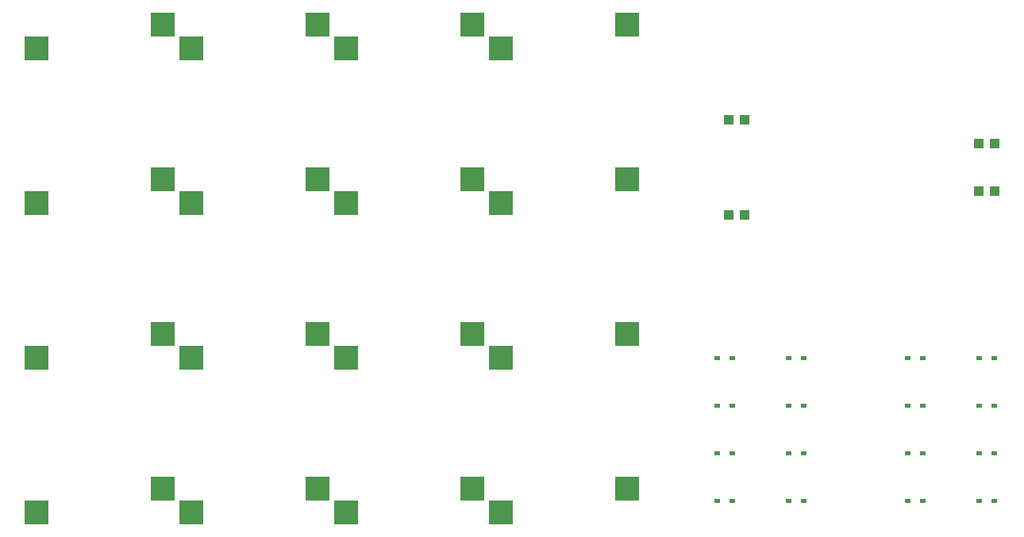
<source format=gbr>
G04 EAGLE Gerber RS-274X export*
G75*
%MOMM*%
%FSLAX34Y34*%
%LPD*%
%INSolderpaste Bottom*%
%IPPOS*%
%AMOC8*
5,1,8,0,0,1.08239X$1,22.5*%
G01*
%ADD10R,1.100000X1.000000*%
%ADD11R,2.550000X2.500000*%
%ADD12C,0.040000*%


D10*
X1088000Y508000D03*
X1071000Y508000D03*
X821300Y533400D03*
X804300Y533400D03*
X1088000Y457200D03*
X1071000Y457200D03*
X821300Y431800D03*
X804300Y431800D03*
D11*
X200600Y635000D03*
X66100Y609600D03*
X530800Y304800D03*
X396300Y279400D03*
X530800Y139700D03*
X396300Y114300D03*
X695900Y635000D03*
X561400Y609600D03*
X695900Y469900D03*
X561400Y444500D03*
X695900Y304800D03*
X561400Y279400D03*
X695900Y139700D03*
X561400Y114300D03*
X200600Y469900D03*
X66100Y444500D03*
X200600Y304800D03*
X66100Y279400D03*
X365700Y635000D03*
X231200Y609600D03*
X365700Y469900D03*
X231200Y444500D03*
X200600Y139700D03*
X66100Y114300D03*
X365700Y304800D03*
X231200Y279400D03*
X365700Y139700D03*
X231200Y114300D03*
X530800Y635000D03*
X396300Y609600D03*
X530800Y469900D03*
X396300Y444500D03*
D12*
X805650Y281200D02*
X810550Y281200D01*
X810550Y277600D01*
X805650Y277600D01*
X805650Y281200D01*
X805650Y277980D02*
X810550Y277980D01*
X810550Y278360D02*
X805650Y278360D01*
X805650Y278740D02*
X810550Y278740D01*
X810550Y279120D02*
X805650Y279120D01*
X805650Y279500D02*
X810550Y279500D01*
X810550Y279880D02*
X805650Y279880D01*
X805650Y280260D02*
X810550Y280260D01*
X810550Y280640D02*
X805650Y280640D01*
X805650Y281020D02*
X810550Y281020D01*
X794550Y281200D02*
X789650Y281200D01*
X794550Y281200D02*
X794550Y277600D01*
X789650Y277600D01*
X789650Y281200D01*
X789650Y277980D02*
X794550Y277980D01*
X794550Y278360D02*
X789650Y278360D01*
X789650Y278740D02*
X794550Y278740D01*
X794550Y279120D02*
X789650Y279120D01*
X789650Y279500D02*
X794550Y279500D01*
X794550Y279880D02*
X789650Y279880D01*
X789650Y280260D02*
X794550Y280260D01*
X794550Y280640D02*
X789650Y280640D01*
X789650Y281020D02*
X794550Y281020D01*
X805650Y230400D02*
X810550Y230400D01*
X810550Y226800D01*
X805650Y226800D01*
X805650Y230400D01*
X805650Y227180D02*
X810550Y227180D01*
X810550Y227560D02*
X805650Y227560D01*
X805650Y227940D02*
X810550Y227940D01*
X810550Y228320D02*
X805650Y228320D01*
X805650Y228700D02*
X810550Y228700D01*
X810550Y229080D02*
X805650Y229080D01*
X805650Y229460D02*
X810550Y229460D01*
X810550Y229840D02*
X805650Y229840D01*
X805650Y230220D02*
X810550Y230220D01*
X794550Y230400D02*
X789650Y230400D01*
X794550Y230400D02*
X794550Y226800D01*
X789650Y226800D01*
X789650Y230400D01*
X789650Y227180D02*
X794550Y227180D01*
X794550Y227560D02*
X789650Y227560D01*
X789650Y227940D02*
X794550Y227940D01*
X794550Y228320D02*
X789650Y228320D01*
X789650Y228700D02*
X794550Y228700D01*
X794550Y229080D02*
X789650Y229080D01*
X789650Y229460D02*
X794550Y229460D01*
X794550Y229840D02*
X789650Y229840D01*
X789650Y230220D02*
X794550Y230220D01*
X805650Y179600D02*
X810550Y179600D01*
X810550Y176000D01*
X805650Y176000D01*
X805650Y179600D01*
X805650Y176380D02*
X810550Y176380D01*
X810550Y176760D02*
X805650Y176760D01*
X805650Y177140D02*
X810550Y177140D01*
X810550Y177520D02*
X805650Y177520D01*
X805650Y177900D02*
X810550Y177900D01*
X810550Y178280D02*
X805650Y178280D01*
X805650Y178660D02*
X810550Y178660D01*
X810550Y179040D02*
X805650Y179040D01*
X805650Y179420D02*
X810550Y179420D01*
X794550Y179600D02*
X789650Y179600D01*
X794550Y179600D02*
X794550Y176000D01*
X789650Y176000D01*
X789650Y179600D01*
X789650Y176380D02*
X794550Y176380D01*
X794550Y176760D02*
X789650Y176760D01*
X789650Y177140D02*
X794550Y177140D01*
X794550Y177520D02*
X789650Y177520D01*
X789650Y177900D02*
X794550Y177900D01*
X794550Y178280D02*
X789650Y178280D01*
X789650Y178660D02*
X794550Y178660D01*
X794550Y179040D02*
X789650Y179040D01*
X789650Y179420D02*
X794550Y179420D01*
X805650Y128800D02*
X810550Y128800D01*
X810550Y125200D01*
X805650Y125200D01*
X805650Y128800D01*
X805650Y125580D02*
X810550Y125580D01*
X810550Y125960D02*
X805650Y125960D01*
X805650Y126340D02*
X810550Y126340D01*
X810550Y126720D02*
X805650Y126720D01*
X805650Y127100D02*
X810550Y127100D01*
X810550Y127480D02*
X805650Y127480D01*
X805650Y127860D02*
X810550Y127860D01*
X810550Y128240D02*
X805650Y128240D01*
X805650Y128620D02*
X810550Y128620D01*
X794550Y128800D02*
X789650Y128800D01*
X794550Y128800D02*
X794550Y125200D01*
X789650Y125200D01*
X789650Y128800D01*
X789650Y125580D02*
X794550Y125580D01*
X794550Y125960D02*
X789650Y125960D01*
X789650Y126340D02*
X794550Y126340D01*
X794550Y126720D02*
X789650Y126720D01*
X789650Y127100D02*
X794550Y127100D01*
X794550Y127480D02*
X789650Y127480D01*
X789650Y127860D02*
X794550Y127860D01*
X794550Y128240D02*
X789650Y128240D01*
X789650Y128620D02*
X794550Y128620D01*
X881850Y281200D02*
X886750Y281200D01*
X886750Y277600D01*
X881850Y277600D01*
X881850Y281200D01*
X881850Y277980D02*
X886750Y277980D01*
X886750Y278360D02*
X881850Y278360D01*
X881850Y278740D02*
X886750Y278740D01*
X886750Y279120D02*
X881850Y279120D01*
X881850Y279500D02*
X886750Y279500D01*
X886750Y279880D02*
X881850Y279880D01*
X881850Y280260D02*
X886750Y280260D01*
X886750Y280640D02*
X881850Y280640D01*
X881850Y281020D02*
X886750Y281020D01*
X870750Y281200D02*
X865850Y281200D01*
X870750Y281200D02*
X870750Y277600D01*
X865850Y277600D01*
X865850Y281200D01*
X865850Y277980D02*
X870750Y277980D01*
X870750Y278360D02*
X865850Y278360D01*
X865850Y278740D02*
X870750Y278740D01*
X870750Y279120D02*
X865850Y279120D01*
X865850Y279500D02*
X870750Y279500D01*
X870750Y279880D02*
X865850Y279880D01*
X865850Y280260D02*
X870750Y280260D01*
X870750Y280640D02*
X865850Y280640D01*
X865850Y281020D02*
X870750Y281020D01*
X881850Y230400D02*
X886750Y230400D01*
X886750Y226800D01*
X881850Y226800D01*
X881850Y230400D01*
X881850Y227180D02*
X886750Y227180D01*
X886750Y227560D02*
X881850Y227560D01*
X881850Y227940D02*
X886750Y227940D01*
X886750Y228320D02*
X881850Y228320D01*
X881850Y228700D02*
X886750Y228700D01*
X886750Y229080D02*
X881850Y229080D01*
X881850Y229460D02*
X886750Y229460D01*
X886750Y229840D02*
X881850Y229840D01*
X881850Y230220D02*
X886750Y230220D01*
X870750Y230400D02*
X865850Y230400D01*
X870750Y230400D02*
X870750Y226800D01*
X865850Y226800D01*
X865850Y230400D01*
X865850Y227180D02*
X870750Y227180D01*
X870750Y227560D02*
X865850Y227560D01*
X865850Y227940D02*
X870750Y227940D01*
X870750Y228320D02*
X865850Y228320D01*
X865850Y228700D02*
X870750Y228700D01*
X870750Y229080D02*
X865850Y229080D01*
X865850Y229460D02*
X870750Y229460D01*
X870750Y229840D02*
X865850Y229840D01*
X865850Y230220D02*
X870750Y230220D01*
X881850Y179600D02*
X886750Y179600D01*
X886750Y176000D01*
X881850Y176000D01*
X881850Y179600D01*
X881850Y176380D02*
X886750Y176380D01*
X886750Y176760D02*
X881850Y176760D01*
X881850Y177140D02*
X886750Y177140D01*
X886750Y177520D02*
X881850Y177520D01*
X881850Y177900D02*
X886750Y177900D01*
X886750Y178280D02*
X881850Y178280D01*
X881850Y178660D02*
X886750Y178660D01*
X886750Y179040D02*
X881850Y179040D01*
X881850Y179420D02*
X886750Y179420D01*
X870750Y179600D02*
X865850Y179600D01*
X870750Y179600D02*
X870750Y176000D01*
X865850Y176000D01*
X865850Y179600D01*
X865850Y176380D02*
X870750Y176380D01*
X870750Y176760D02*
X865850Y176760D01*
X865850Y177140D02*
X870750Y177140D01*
X870750Y177520D02*
X865850Y177520D01*
X865850Y177900D02*
X870750Y177900D01*
X870750Y178280D02*
X865850Y178280D01*
X865850Y178660D02*
X870750Y178660D01*
X870750Y179040D02*
X865850Y179040D01*
X865850Y179420D02*
X870750Y179420D01*
X881850Y128800D02*
X886750Y128800D01*
X886750Y125200D01*
X881850Y125200D01*
X881850Y128800D01*
X881850Y125580D02*
X886750Y125580D01*
X886750Y125960D02*
X881850Y125960D01*
X881850Y126340D02*
X886750Y126340D01*
X886750Y126720D02*
X881850Y126720D01*
X881850Y127100D02*
X886750Y127100D01*
X886750Y127480D02*
X881850Y127480D01*
X881850Y127860D02*
X886750Y127860D01*
X886750Y128240D02*
X881850Y128240D01*
X881850Y128620D02*
X886750Y128620D01*
X870750Y128800D02*
X865850Y128800D01*
X870750Y128800D02*
X870750Y125200D01*
X865850Y125200D01*
X865850Y128800D01*
X865850Y125580D02*
X870750Y125580D01*
X870750Y125960D02*
X865850Y125960D01*
X865850Y126340D02*
X870750Y126340D01*
X870750Y126720D02*
X865850Y126720D01*
X865850Y127100D02*
X870750Y127100D01*
X870750Y127480D02*
X865850Y127480D01*
X865850Y127860D02*
X870750Y127860D01*
X870750Y128240D02*
X865850Y128240D01*
X865850Y128620D02*
X870750Y128620D01*
X1008850Y281200D02*
X1013750Y281200D01*
X1013750Y277600D01*
X1008850Y277600D01*
X1008850Y281200D01*
X1008850Y277980D02*
X1013750Y277980D01*
X1013750Y278360D02*
X1008850Y278360D01*
X1008850Y278740D02*
X1013750Y278740D01*
X1013750Y279120D02*
X1008850Y279120D01*
X1008850Y279500D02*
X1013750Y279500D01*
X1013750Y279880D02*
X1008850Y279880D01*
X1008850Y280260D02*
X1013750Y280260D01*
X1013750Y280640D02*
X1008850Y280640D01*
X1008850Y281020D02*
X1013750Y281020D01*
X997750Y281200D02*
X992850Y281200D01*
X997750Y281200D02*
X997750Y277600D01*
X992850Y277600D01*
X992850Y281200D01*
X992850Y277980D02*
X997750Y277980D01*
X997750Y278360D02*
X992850Y278360D01*
X992850Y278740D02*
X997750Y278740D01*
X997750Y279120D02*
X992850Y279120D01*
X992850Y279500D02*
X997750Y279500D01*
X997750Y279880D02*
X992850Y279880D01*
X992850Y280260D02*
X997750Y280260D01*
X997750Y280640D02*
X992850Y280640D01*
X992850Y281020D02*
X997750Y281020D01*
X1008850Y230400D02*
X1013750Y230400D01*
X1013750Y226800D01*
X1008850Y226800D01*
X1008850Y230400D01*
X1008850Y227180D02*
X1013750Y227180D01*
X1013750Y227560D02*
X1008850Y227560D01*
X1008850Y227940D02*
X1013750Y227940D01*
X1013750Y228320D02*
X1008850Y228320D01*
X1008850Y228700D02*
X1013750Y228700D01*
X1013750Y229080D02*
X1008850Y229080D01*
X1008850Y229460D02*
X1013750Y229460D01*
X1013750Y229840D02*
X1008850Y229840D01*
X1008850Y230220D02*
X1013750Y230220D01*
X997750Y230400D02*
X992850Y230400D01*
X997750Y230400D02*
X997750Y226800D01*
X992850Y226800D01*
X992850Y230400D01*
X992850Y227180D02*
X997750Y227180D01*
X997750Y227560D02*
X992850Y227560D01*
X992850Y227940D02*
X997750Y227940D01*
X997750Y228320D02*
X992850Y228320D01*
X992850Y228700D02*
X997750Y228700D01*
X997750Y229080D02*
X992850Y229080D01*
X992850Y229460D02*
X997750Y229460D01*
X997750Y229840D02*
X992850Y229840D01*
X992850Y230220D02*
X997750Y230220D01*
X1008850Y179600D02*
X1013750Y179600D01*
X1013750Y176000D01*
X1008850Y176000D01*
X1008850Y179600D01*
X1008850Y176380D02*
X1013750Y176380D01*
X1013750Y176760D02*
X1008850Y176760D01*
X1008850Y177140D02*
X1013750Y177140D01*
X1013750Y177520D02*
X1008850Y177520D01*
X1008850Y177900D02*
X1013750Y177900D01*
X1013750Y178280D02*
X1008850Y178280D01*
X1008850Y178660D02*
X1013750Y178660D01*
X1013750Y179040D02*
X1008850Y179040D01*
X1008850Y179420D02*
X1013750Y179420D01*
X997750Y179600D02*
X992850Y179600D01*
X997750Y179600D02*
X997750Y176000D01*
X992850Y176000D01*
X992850Y179600D01*
X992850Y176380D02*
X997750Y176380D01*
X997750Y176760D02*
X992850Y176760D01*
X992850Y177140D02*
X997750Y177140D01*
X997750Y177520D02*
X992850Y177520D01*
X992850Y177900D02*
X997750Y177900D01*
X997750Y178280D02*
X992850Y178280D01*
X992850Y178660D02*
X997750Y178660D01*
X997750Y179040D02*
X992850Y179040D01*
X992850Y179420D02*
X997750Y179420D01*
X1008850Y128800D02*
X1013750Y128800D01*
X1013750Y125200D01*
X1008850Y125200D01*
X1008850Y128800D01*
X1008850Y125580D02*
X1013750Y125580D01*
X1013750Y125960D02*
X1008850Y125960D01*
X1008850Y126340D02*
X1013750Y126340D01*
X1013750Y126720D02*
X1008850Y126720D01*
X1008850Y127100D02*
X1013750Y127100D01*
X1013750Y127480D02*
X1008850Y127480D01*
X1008850Y127860D02*
X1013750Y127860D01*
X1013750Y128240D02*
X1008850Y128240D01*
X1008850Y128620D02*
X1013750Y128620D01*
X997750Y128800D02*
X992850Y128800D01*
X997750Y128800D02*
X997750Y125200D01*
X992850Y125200D01*
X992850Y128800D01*
X992850Y125580D02*
X997750Y125580D01*
X997750Y125960D02*
X992850Y125960D01*
X992850Y126340D02*
X997750Y126340D01*
X997750Y126720D02*
X992850Y126720D01*
X992850Y127100D02*
X997750Y127100D01*
X997750Y127480D02*
X992850Y127480D01*
X992850Y127860D02*
X997750Y127860D01*
X997750Y128240D02*
X992850Y128240D01*
X992850Y128620D02*
X997750Y128620D01*
X1085050Y281200D02*
X1089950Y281200D01*
X1089950Y277600D01*
X1085050Y277600D01*
X1085050Y281200D01*
X1085050Y277980D02*
X1089950Y277980D01*
X1089950Y278360D02*
X1085050Y278360D01*
X1085050Y278740D02*
X1089950Y278740D01*
X1089950Y279120D02*
X1085050Y279120D01*
X1085050Y279500D02*
X1089950Y279500D01*
X1089950Y279880D02*
X1085050Y279880D01*
X1085050Y280260D02*
X1089950Y280260D01*
X1089950Y280640D02*
X1085050Y280640D01*
X1085050Y281020D02*
X1089950Y281020D01*
X1073950Y281200D02*
X1069050Y281200D01*
X1073950Y281200D02*
X1073950Y277600D01*
X1069050Y277600D01*
X1069050Y281200D01*
X1069050Y277980D02*
X1073950Y277980D01*
X1073950Y278360D02*
X1069050Y278360D01*
X1069050Y278740D02*
X1073950Y278740D01*
X1073950Y279120D02*
X1069050Y279120D01*
X1069050Y279500D02*
X1073950Y279500D01*
X1073950Y279880D02*
X1069050Y279880D01*
X1069050Y280260D02*
X1073950Y280260D01*
X1073950Y280640D02*
X1069050Y280640D01*
X1069050Y281020D02*
X1073950Y281020D01*
X1085050Y230400D02*
X1089950Y230400D01*
X1089950Y226800D01*
X1085050Y226800D01*
X1085050Y230400D01*
X1085050Y227180D02*
X1089950Y227180D01*
X1089950Y227560D02*
X1085050Y227560D01*
X1085050Y227940D02*
X1089950Y227940D01*
X1089950Y228320D02*
X1085050Y228320D01*
X1085050Y228700D02*
X1089950Y228700D01*
X1089950Y229080D02*
X1085050Y229080D01*
X1085050Y229460D02*
X1089950Y229460D01*
X1089950Y229840D02*
X1085050Y229840D01*
X1085050Y230220D02*
X1089950Y230220D01*
X1073950Y230400D02*
X1069050Y230400D01*
X1073950Y230400D02*
X1073950Y226800D01*
X1069050Y226800D01*
X1069050Y230400D01*
X1069050Y227180D02*
X1073950Y227180D01*
X1073950Y227560D02*
X1069050Y227560D01*
X1069050Y227940D02*
X1073950Y227940D01*
X1073950Y228320D02*
X1069050Y228320D01*
X1069050Y228700D02*
X1073950Y228700D01*
X1073950Y229080D02*
X1069050Y229080D01*
X1069050Y229460D02*
X1073950Y229460D01*
X1073950Y229840D02*
X1069050Y229840D01*
X1069050Y230220D02*
X1073950Y230220D01*
X1085050Y179600D02*
X1089950Y179600D01*
X1089950Y176000D01*
X1085050Y176000D01*
X1085050Y179600D01*
X1085050Y176380D02*
X1089950Y176380D01*
X1089950Y176760D02*
X1085050Y176760D01*
X1085050Y177140D02*
X1089950Y177140D01*
X1089950Y177520D02*
X1085050Y177520D01*
X1085050Y177900D02*
X1089950Y177900D01*
X1089950Y178280D02*
X1085050Y178280D01*
X1085050Y178660D02*
X1089950Y178660D01*
X1089950Y179040D02*
X1085050Y179040D01*
X1085050Y179420D02*
X1089950Y179420D01*
X1073950Y179600D02*
X1069050Y179600D01*
X1073950Y179600D02*
X1073950Y176000D01*
X1069050Y176000D01*
X1069050Y179600D01*
X1069050Y176380D02*
X1073950Y176380D01*
X1073950Y176760D02*
X1069050Y176760D01*
X1069050Y177140D02*
X1073950Y177140D01*
X1073950Y177520D02*
X1069050Y177520D01*
X1069050Y177900D02*
X1073950Y177900D01*
X1073950Y178280D02*
X1069050Y178280D01*
X1069050Y178660D02*
X1073950Y178660D01*
X1073950Y179040D02*
X1069050Y179040D01*
X1069050Y179420D02*
X1073950Y179420D01*
X1085050Y128800D02*
X1089950Y128800D01*
X1089950Y125200D01*
X1085050Y125200D01*
X1085050Y128800D01*
X1085050Y125580D02*
X1089950Y125580D01*
X1089950Y125960D02*
X1085050Y125960D01*
X1085050Y126340D02*
X1089950Y126340D01*
X1089950Y126720D02*
X1085050Y126720D01*
X1085050Y127100D02*
X1089950Y127100D01*
X1089950Y127480D02*
X1085050Y127480D01*
X1085050Y127860D02*
X1089950Y127860D01*
X1089950Y128240D02*
X1085050Y128240D01*
X1085050Y128620D02*
X1089950Y128620D01*
X1073950Y128800D02*
X1069050Y128800D01*
X1073950Y128800D02*
X1073950Y125200D01*
X1069050Y125200D01*
X1069050Y128800D01*
X1069050Y125580D02*
X1073950Y125580D01*
X1073950Y125960D02*
X1069050Y125960D01*
X1069050Y126340D02*
X1073950Y126340D01*
X1073950Y126720D02*
X1069050Y126720D01*
X1069050Y127100D02*
X1073950Y127100D01*
X1073950Y127480D02*
X1069050Y127480D01*
X1069050Y127860D02*
X1073950Y127860D01*
X1073950Y128240D02*
X1069050Y128240D01*
X1069050Y128620D02*
X1073950Y128620D01*
M02*

</source>
